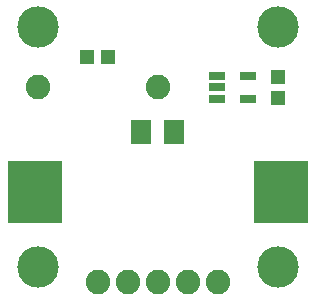
<source format=gbr>
G04 EAGLE Gerber RS-274X export*
G75*
%MOMM*%
%FSLAX34Y34*%
%LPD*%
%INSoldermask Top*%
%IPPOS*%
%AMOC8*
5,1,8,0,0,1.08239X$1,22.5*%
G01*
%ADD10R,4.572000X5.334000*%
%ADD11R,1.403200X0.753200*%
%ADD12C,2.082800*%
%ADD13R,1.203200X1.303200*%
%ADD14C,3.505200*%
%ADD15R,1.303200X1.203200*%
%ADD16R,1.803200X2.003200*%


D10*
X22860Y88900D03*
X231140Y88900D03*
D11*
X177499Y187300D03*
X177499Y177800D03*
X177499Y168300D03*
X203501Y168300D03*
X203501Y187300D03*
D12*
X101600Y12700D03*
X127000Y12700D03*
X177800Y12700D03*
X76200Y12700D03*
X152400Y12700D03*
D13*
X228600Y169300D03*
X228600Y186300D03*
D14*
X25400Y228600D03*
X228600Y228600D03*
X228600Y25400D03*
X25400Y25400D03*
D12*
X25400Y101600D03*
X228600Y101600D03*
X25400Y177800D03*
X127000Y177800D03*
D15*
X67700Y203200D03*
X84700Y203200D03*
D16*
X113000Y139700D03*
X141000Y139700D03*
M02*

</source>
